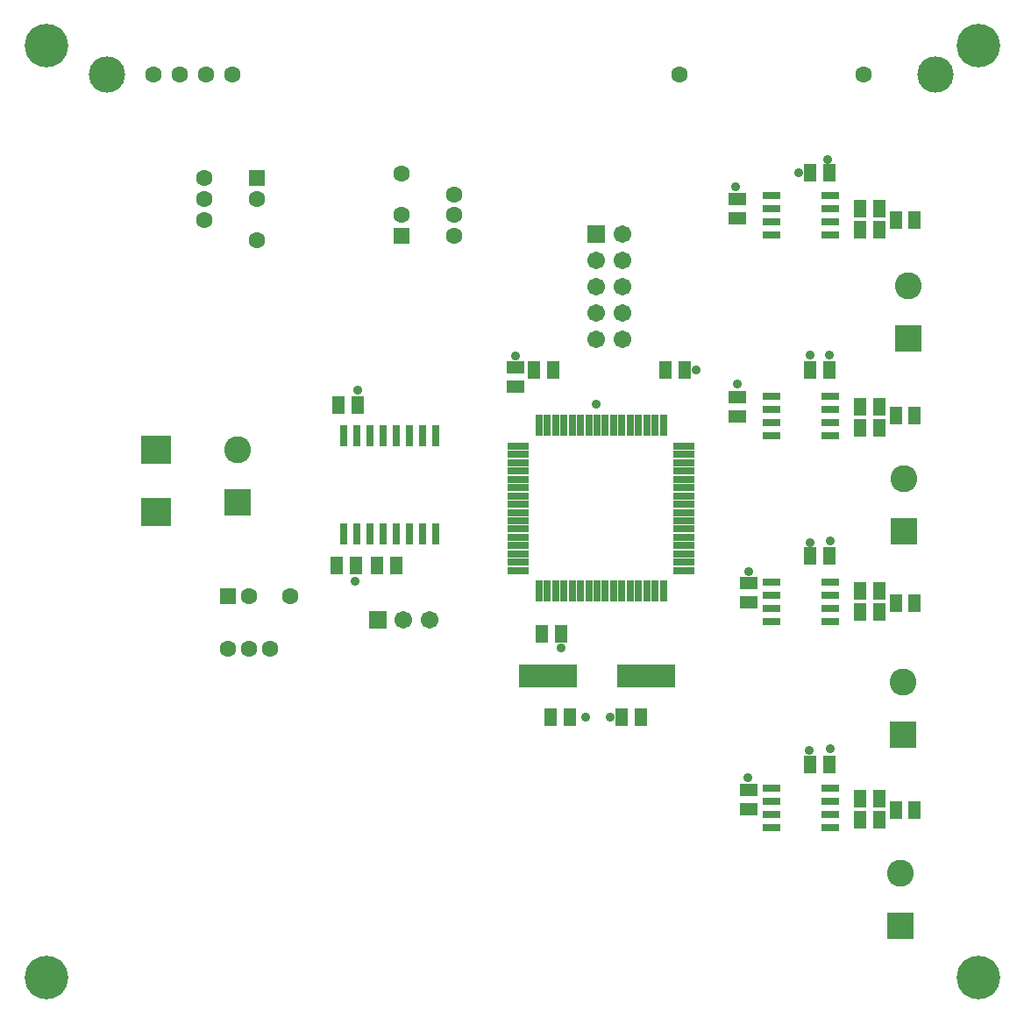
<source format=gts>
G04*
G04 #@! TF.GenerationSoftware,Altium Limited,Altium Designer,23.11.1 (41)*
G04*
G04 Layer_Color=8388736*
%FSLAX43Y43*%
%MOMM*%
G71*
G04*
G04 #@! TF.SameCoordinates,5C86F8B5-C48D-4B9D-AEF1-1A40F40C4F51*
G04*
G04*
G04 #@! TF.FilePolarity,Negative*
G04*
G01*
G75*
%ADD18R,1.803X0.803*%
%ADD19R,1.703X1.203*%
%ADD20R,1.203X1.703*%
%ADD21R,0.803X2.103*%
%ADD22R,0.703X2.003*%
%ADD23R,5.703X2.203*%
%ADD24R,2.003X0.703*%
%ADD25R,2.973X2.753*%
%ADD26R,1.603X1.603*%
%ADD27C,1.603*%
%ADD28C,3.503*%
%ADD29C,2.603*%
%ADD30R,2.603X2.603*%
%ADD31C,4.203*%
%ADD32C,1.711*%
%ADD33C,1.703*%
%ADD34R,1.703X1.703*%
%ADD35R,1.711X1.711*%
%ADD36R,1.603X1.603*%
%ADD37C,0.903*%
D18*
X80728Y58659D02*
D03*
Y59929D02*
D03*
Y61199D02*
D03*
X75013D02*
D03*
Y59929D02*
D03*
Y58659D02*
D03*
X80728Y57389D02*
D03*
X75013D02*
D03*
X80728Y40704D02*
D03*
Y41974D02*
D03*
Y43244D02*
D03*
X75013D02*
D03*
Y41974D02*
D03*
Y40704D02*
D03*
X80728Y39434D02*
D03*
X75013D02*
D03*
X80728Y78028D02*
D03*
Y79298D02*
D03*
Y80568D02*
D03*
X75013D02*
D03*
Y79298D02*
D03*
Y78028D02*
D03*
X80728Y76758D02*
D03*
X75013D02*
D03*
Y23352D02*
D03*
X80728Y19542D02*
D03*
Y23352D02*
D03*
X75013Y20812D02*
D03*
Y19542D02*
D03*
Y22082D02*
D03*
X80728D02*
D03*
Y20812D02*
D03*
D19*
X71711Y59258D02*
D03*
Y61108D02*
D03*
X72854Y41303D02*
D03*
Y43153D02*
D03*
X71711Y78373D02*
D03*
Y80223D02*
D03*
X72854Y23134D02*
D03*
X50291Y63933D02*
D03*
X72854Y21284D02*
D03*
X50291Y62083D02*
D03*
D20*
X87042Y59294D02*
D03*
X88892D02*
D03*
X83613Y58151D02*
D03*
X85463D02*
D03*
X83613Y60183D02*
D03*
X85463D02*
D03*
X80637Y63739D02*
D03*
X78787D02*
D03*
X80637Y45784D02*
D03*
X78787D02*
D03*
X87042Y41212D02*
D03*
X88892D02*
D03*
X83613Y40323D02*
D03*
X85463D02*
D03*
X83613Y42355D02*
D03*
X85463D02*
D03*
X83613Y79298D02*
D03*
X85463D02*
D03*
X83613Y77266D02*
D03*
X85463D02*
D03*
X87042Y78155D02*
D03*
X88892D02*
D03*
X80637Y82727D02*
D03*
X78787D02*
D03*
X35051Y60282D02*
D03*
X78787Y25638D02*
D03*
X54700Y38184D02*
D03*
X55589Y30183D02*
D03*
X60597D02*
D03*
X52088Y63711D02*
D03*
X66638D02*
D03*
X80637Y25638D02*
D03*
X64788Y63711D02*
D03*
X52850Y38184D02*
D03*
X33201Y60282D02*
D03*
X33038Y44788D02*
D03*
X53739Y30183D02*
D03*
X62447D02*
D03*
X34888Y44788D02*
D03*
X36975D02*
D03*
X38825D02*
D03*
X53938Y63711D02*
D03*
X85463Y22336D02*
D03*
X83613D02*
D03*
X85463Y20304D02*
D03*
X83613D02*
D03*
X88892Y21193D02*
D03*
X87042D02*
D03*
D21*
X34979Y57336D02*
D03*
X33709Y47836D02*
D03*
Y57336D02*
D03*
X34979Y47836D02*
D03*
X36249D02*
D03*
X37519D02*
D03*
X38789D02*
D03*
X40059D02*
D03*
X41329D02*
D03*
X42599D02*
D03*
X36249Y57336D02*
D03*
X37519D02*
D03*
X38789D02*
D03*
X40059D02*
D03*
X41329D02*
D03*
X42599D02*
D03*
D22*
X53400Y58345D02*
D03*
X56600Y42345D02*
D03*
X62200Y58345D02*
D03*
X61400D02*
D03*
X55800Y42345D02*
D03*
X52600Y58345D02*
D03*
X64600D02*
D03*
X63800D02*
D03*
X63000D02*
D03*
X64600Y42345D02*
D03*
X63800D02*
D03*
X63000D02*
D03*
X62200D02*
D03*
X61400D02*
D03*
X59800D02*
D03*
Y58345D02*
D03*
X60600Y42345D02*
D03*
X59000D02*
D03*
X58200D02*
D03*
X57400D02*
D03*
X55000D02*
D03*
X54200D02*
D03*
X53400D02*
D03*
X52600D02*
D03*
X60600Y58345D02*
D03*
X54200D02*
D03*
X55000D02*
D03*
X55800D02*
D03*
X56600D02*
D03*
X57400D02*
D03*
X58200D02*
D03*
X59000D02*
D03*
D23*
X53470Y34120D02*
D03*
X62970D02*
D03*
D24*
X66600Y44345D02*
D03*
Y45145D02*
D03*
Y45945D02*
D03*
Y46745D02*
D03*
Y47545D02*
D03*
X50600Y44345D02*
D03*
Y45145D02*
D03*
Y45945D02*
D03*
Y46745D02*
D03*
Y47545D02*
D03*
X66600Y53145D02*
D03*
X50600D02*
D03*
X66600Y56345D02*
D03*
Y55545D02*
D03*
Y54745D02*
D03*
Y53945D02*
D03*
Y52345D02*
D03*
Y51545D02*
D03*
Y50745D02*
D03*
Y49945D02*
D03*
Y49145D02*
D03*
Y48345D02*
D03*
X50600Y53945D02*
D03*
Y54745D02*
D03*
Y55545D02*
D03*
Y56345D02*
D03*
Y52345D02*
D03*
Y51545D02*
D03*
Y48345D02*
D03*
Y49145D02*
D03*
Y49945D02*
D03*
Y50745D02*
D03*
D25*
X15598Y49976D02*
D03*
Y55976D02*
D03*
D26*
X22593Y41869D02*
D03*
D27*
X24593D02*
D03*
X22593Y36789D02*
D03*
X26593D02*
D03*
X24593D02*
D03*
X28593Y41869D02*
D03*
X15323Y92237D02*
D03*
X17863D02*
D03*
X20403D02*
D03*
X22943D02*
D03*
X66123D02*
D03*
X83903D02*
D03*
X44381Y78672D02*
D03*
Y76672D02*
D03*
Y80672D02*
D03*
X39301Y82672D02*
D03*
Y78672D02*
D03*
X25375Y76209D02*
D03*
X20295Y80209D02*
D03*
Y78209D02*
D03*
Y82209D02*
D03*
X25375Y80209D02*
D03*
D28*
X10883Y92237D02*
D03*
X90883D02*
D03*
D29*
X87500Y15080D02*
D03*
X87840Y53198D02*
D03*
X87713Y33592D02*
D03*
X88221Y71805D02*
D03*
X23472Y55976D02*
D03*
D30*
X87500Y10000D02*
D03*
X87840Y48118D02*
D03*
X87713Y28512D02*
D03*
X88221Y66725D02*
D03*
X23472Y50896D02*
D03*
D31*
X5000Y95000D02*
D03*
X95000D02*
D03*
Y5000D02*
D03*
X5000D02*
D03*
D32*
X42011Y39581D02*
D03*
X39511D02*
D03*
D33*
X58093Y74252D02*
D03*
X60633Y76792D02*
D03*
X58093Y69172D02*
D03*
Y66632D02*
D03*
X60633D02*
D03*
Y69172D02*
D03*
X58093Y71712D02*
D03*
X60633D02*
D03*
Y74252D02*
D03*
D34*
X58093Y76792D02*
D03*
D35*
X37011Y39581D02*
D03*
D36*
X39301Y76672D02*
D03*
X25375Y82209D02*
D03*
D37*
X78700Y27000D02*
D03*
X50300Y65100D02*
D03*
X71711Y62311D02*
D03*
X58100Y60400D02*
D03*
X77672Y82727D02*
D03*
X80500Y84000D02*
D03*
X80663Y65163D02*
D03*
X80759Y47165D02*
D03*
X80700Y27100D02*
D03*
X35051Y61751D02*
D03*
X71600Y81400D02*
D03*
X72800Y24300D02*
D03*
X78787Y65113D02*
D03*
X78800Y47026D02*
D03*
X72854Y44246D02*
D03*
X54700Y36878D02*
D03*
X57077Y30183D02*
D03*
X59490D02*
D03*
X67745Y63711D02*
D03*
X34852Y43264D02*
D03*
M02*

</source>
